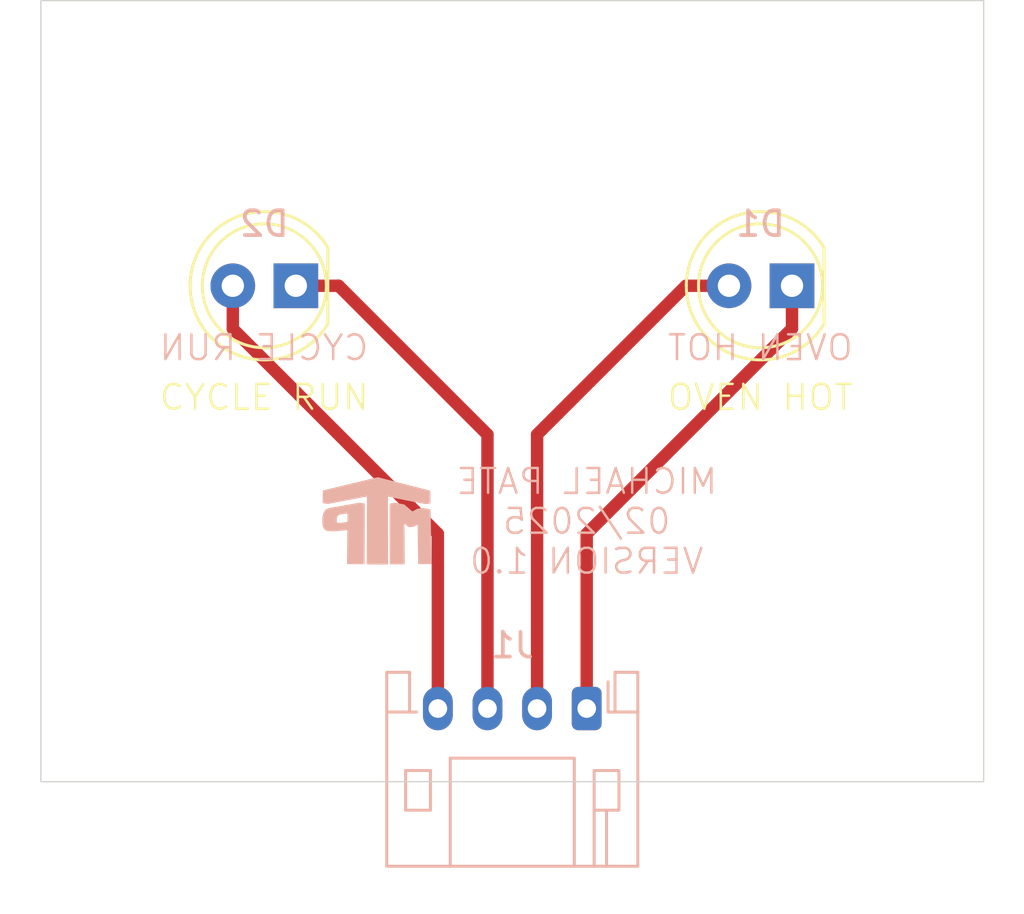
<source format=kicad_pcb>
(kicad_pcb (version 20240108) (generator "pcbnew") (generator_version "8.0")
  (layers (0 "F.Cu" signal) (1 "In1.Cu" signal) (2 "In2.Cu" signal) (31 "B.Cu" power) (34 "B.Paste" user) (35 "F.Paste" user) (36 "B.SilkS" user "B.Silkscreen") (37 "F.SilkS" user "F.Silkscreen") (38 "B.Mask" user) (39 "F.Mask" user) (44 "Edge.Cuts" user))
  (net 0 "")
  (net 1 "Net-(D1-A)")
  (net 2 "Net-(D1-K)")
  (net 3 "Net-(D2-K)")
  (net 4 "Net-(D2-A)")
  (footprint "LED_THT:LED_D5.0mm" (layer "F.Cu") (at 170.775 94.5 180)
    (property "Reference" "D1" (at 1.27 2.5 360) (layer "B.SilkS") (effects (justify mirror)))
    (property "Value" "LED_Small_Filled")
    (fp_line (start -1.29 -1.545) (end -1.29 1.545) (stroke (width 0.12)) (layer "F.SilkS"))
    (fp_arc (start 4.26 -0.000462) (mid 2.072002 2.880433) (end -1.29 1.54483) (stroke (width 0.12)) (layer "F.SilkS"))
    (fp_arc (start -1.29 -1.54483) (mid 2.072002 -2.880433) (end 4.26 0.000462) (stroke (width 0.12)) (layer "F.SilkS"))
    (fp_circle (center 1.27 0) (end 3.77 0) (stroke (width 0.12)) (fill none) (layer "F.SilkS"))
    (pad "1" thru_hole rect (at 0 0 180) (size 1.8 1.8) (drill 0.9) (layers "*.Cu" "*.Mask") (net 2 "Net-(D1-K)"))
    (pad "2" thru_hole circle (at 2.54 0 180) (size 1.8 1.8) (drill 0.9) (layers "*.Cu" "*.Mask") (net 1 "Net-(D1-A)"))
  )
  (footprint "MountingHole:MountingHole_2.2mm_M2" (layer "F.Cu") (at 175 86.5)
    (property "Reference" "H2" (hide yes))
    (property "Value" "MountingHole")
    (pad "" np_thru_hole circle (at 0 0) (size 2.2 2.2) (drill 2.2) (layers "*.Cu" "*.Mask"))
  )
  (footprint "MountingHole:MountingHole_2.2mm_M2" (layer "F.Cu") (at 144 111)
    (property "Reference" "H3" (hide yes))
    (property "Value" "MountingHole")
    (pad "" np_thru_hole circle (at 0 0) (size 2.2 2.2) (drill 2.2) (layers "*.Cu" "*.Mask"))
  )
  (footprint "MountingHole:MountingHole_2.2mm_M2" (layer "F.Cu") (at 144 86.5)
    (property "Reference" "H1" (hide yes))
    (property "Value" "MountingHole")
    (pad "" np_thru_hole circle (at 0 0) (size 2.2 2.2) (drill 2.2) (layers "*.Cu" "*.Mask"))
  )
  (footprint "LED_THT:LED_D5.0mm" (layer "F.Cu") (at 150.775 94.5 180)
    (property "Reference" "D2" (at 1.27 2.5 360) (layer "B.SilkS") (effects (justify mirror)))
    (property "Value" "LED_Small_Filled")
    (fp_line (start -1.29 -1.545) (end -1.29 1.545) (stroke (width 0.12)) (layer "F.SilkS"))
    (fp_arc (start 4.26 -0.000462) (mid 2.072002 2.880433) (end -1.29 1.54483) (stroke (width 0.12)) (layer "F.SilkS"))
    (fp_arc (start -1.29 -1.54483) (mid 2.072002 -2.880433) (end 4.26 0.000462) (stroke (width 0.12)) (layer "F.SilkS"))
    (fp_circle (center 1.27 0) (end 3.77 0) (stroke (width 0.12)) (fill none) (layer "F.SilkS"))
    (pad "1" thru_hole rect (at 0 0 180) (size 1.8 1.8) (drill 0.9) (layers "*.Cu" "*.Mask") (net 3 "Net-(D2-K)"))
    (pad "2" thru_hole circle (at 2.54 0 180) (size 1.8 1.8) (drill 0.9) (layers "*.Cu" "*.Mask") (net 4 "Net-(D2-A)"))
  )
  (footprint "MountingHole:MountingHole_2.2mm_M2" (layer "F.Cu") (at 175 111)
    (property "Reference" "H4" (hide yes))
    (property "Value" "MountingHole")
    (pad "" np_thru_hole circle (at 0 0) (size 2.2 2.2) (drill 2.2) (layers "*.Cu" "*.Mask"))
  )
  (footprint "Connector_JST:JST_PH_S4B-PH-K_1x04_P2.00mm_Horizontal" (layer "B.Cu") (at 162.5 111.55 180)
    (property "Reference" "J1" (at 3 2.55 0) (layer "B.SilkS") (effects (justify mirror)))
    (property "Value" "Conn_01x04")
    (fp_line (start 8.06 1.46) (end 8.06 -6.36) (stroke (width 0.12)) (layer "B.SilkS"))
    (fp_line (start 8.06 -6.36) (end -2.06 -6.36) (stroke (width 0.12)) (layer "B.SilkS"))
    (fp_line (start 7.3 -2.5) (end 6.3 -2.5) (stroke (width 0.12)) (layer "B.SilkS"))
    (fp_line (start 7.3 -4.1) (end 7.3 -2.5) (stroke (width 0.12)) (layer "B.SilkS"))
    (fp_line (start 7.14 1.46) (end 8.06 1.46) (stroke (width 0.12)) (layer "B.SilkS"))
    (fp_line (start 7.14 -0.14) (end 8.06 -0.14) (stroke (width 0.12)) (layer "B.SilkS"))
    (fp_line (start 7.14 -0.14) (end 7.14 1.46) (stroke (width 0.12)) (layer "B.SilkS"))
    (fp_line (start 6.86 -0.14) (end 7.14 -0.14) (stroke (width 0.12)) (layer "B.SilkS"))
    (fp_line (start 6.3 -2.5) (end 6.3 -4.1) (stroke (width 0.12)) (layer "B.SilkS"))
    (fp_line (start 6.3 -4.1) (end 7.3 -4.1) (stroke (width 0.12)) (layer "B.SilkS"))
    (fp_line (start 5.5 -2) (end 0.5 -2) (stroke (width 0.12)) (layer "B.SilkS"))
    (fp_line (start 5.5 -6.36) (end 5.5 -2) (stroke (width 0.12)) (layer "B.SilkS"))
    (fp_line (start 0.5 -2) (end 0.5 -6.36) (stroke (width 0.12)) (layer "B.SilkS"))
    (fp_line (start -0.3 -2.5) (end -0.3 -4.1) (stroke (width 0.12)) (layer "B.SilkS"))
    (fp_line (start -0.3 -4.1) (end -1.3 -4.1) (stroke (width 0.12)) (layer "B.SilkS"))
    (fp_line (start -0.3 -6.36) (end -0.3 -4.1) (stroke (width 0.12)) (layer "B.SilkS"))
    (fp_line (start -0.8 -6.36) (end -0.8 -4.1) (stroke (width 0.12)) (layer "B.SilkS"))
    (fp_line (start -0.86 1.075) (end -0.86 -0.14) (stroke (width 0.12)) (layer "B.SilkS"))
    (fp_line (start -1.14 1.46) (end -1.14 -0.14) (stroke (width 0.12)) (layer "B.SilkS"))
    (fp_line (start -1.14 -0.14) (end -0.86 -0.14) (stroke (width 0.12)) (layer "B.SilkS"))
    (fp_line (start -1.14 -0.14) (end -2.06 -0.14) (stroke (width 0.12)) (layer "B.SilkS"))
    (fp_line (start -1.3 -2.5) (end -0.3 -2.5) (stroke (width 0.12)) (layer "B.SilkS"))
    (fp_line (start -1.3 -4.1) (end -1.3 -2.5) (stroke (width 0.12)) (layer "B.SilkS"))
    (fp_line (start -2.06 1.46) (end -1.14 1.46) (stroke (width 0.12)) (layer "B.SilkS"))
    (fp_line (start -2.06 -6.36) (end -2.06 1.46) (stroke (width 0.12)) (layer "B.SilkS"))
    (pad "1" thru_hole roundrect (at 0 0 180) (size 1.2 1.75) (drill 0.75) (layers "*.Cu" "*.Mask") (roundrect_rratio 0.208333) (net 2 "Net-(D1-K)"))
    (pad "2" thru_hole oval (at 2 0 180) (size 1.2 1.75) (drill 0.75) (layers "*.Cu" "*.Mask") (net 1 "Net-(D1-A)"))
    (pad "3" thru_hole oval (at 4 0 180) (size 1.2 1.75) (drill 0.75) (layers "*.Cu" "*.Mask") (net 3 "Net-(D2-K)"))
    (pad "4" thru_hole oval (at 6 0 180) (size 1.2 1.75) (drill 0.75) (layers "*.Cu" "*.Mask") (net 4 "Net-(D2-A)"))
  )
  (footprint "Watermarks:MTP Logo 5mm Low Detail" (layer "B.Cu") (at 154 104.5 180)
    (property "Reference" "REF**" (hide yes))
    (property "Value" "MTP Logo 5mm Low Detail" (hide yes))
    (fp_poly (pts (xy 1.028696 2.013031) (xy 1.144269 1.985142) (xy 1.256524 1.958034) (xy 1.364846 1.931857) (xy 1.468622 1.906759) (xy 1.567238 1.88289) (xy 1.660079 1.860398) (xy 1.746533 1.839433) (xy 1.825985 1.820145) (xy 1.897821 1.802681) (xy 1.961428 1.787191) (xy 2.016191 1.773824) (xy 2.061497 1.76273) (xy 2.096731 1.754057) (xy 2.121281 1.747955) (xy 2.134532 1.744572) (xy 2.136802 1.743911) (xy 2.137335 1.737297) (xy 2.137931 1.719401) (xy 2.138568 1.691567) (xy 2.139222 1.655141) (xy 2.139871 1.611468) (xy 2.140489 1.561892) (xy 2.141056 1.507758) (xy 2.141255 1.486007) (xy 2.1435 1.230451) (xy 2.036167 1.215167) (xy 1.928834 1.199882) (xy 1.168034 1.345605) (xy 1.071473 1.364098) (xy 0.978075 1.381982) (xy 0.888621 1.399106) (xy 0.803894 1.415321) (xy 0.724673 1.430479) (xy 0.651741 1.444429) (xy 0.585878 1.457022) (xy 0.527866 1.46811) (xy 0.478487 1.477541) (xy 0.438521 1.485168) (xy 0.40875 1.490841) (xy 0.389955 1.494409) (xy 0.383267 1.495664) (xy 0.3593 1.5) (xy 0.363767 0.133333) (xy 0.368235 -1.233333) (xy 0.328406 -1.237496) (xy 0.314483 -1.238309) (xy 0.289995 -1.239031) (xy 0.25623 -1.239664) (xy 0.214476 -1.240206) (xy 0.166022 -1.240657) (xy 0.112155 -1.241018) (xy 0.054164 -1.241289) (xy -0.006663 -1.241469) (xy -0.069038 -1.241559) (xy -0.131673 -1.241559) (xy -0.19328 -1.241469) (xy -0.252569 -1.241288) (xy -0.308255 -1.241016) (xy -0.359047 -1.240655) (xy -0.403658 -1.240203) (xy -0.4408 -1.239661) (xy -0.469184 -1.239029) (xy -0.487523 -1.238306) (xy -0.494529 -1.237493) (xy -0.494532 -1.23749) (xy -0.494911 -1.23087) (xy -0.495243 -1.2122) (xy -0.495528 -1.182056) (xy -0.495766 -1.141017) (xy -0.495957 -1.089659) (xy -0.496101 -1.028559) (xy -0.496197 -0.958294) (xy -0.496247 -0.879442) (xy -0.496249 -0.79258) (xy -0.496204 -0.698284) (xy -0.496112 -0.597133) (xy -0.495973 -0.489702) (xy -0.495787 -0.376569) (xy -0.495554 -0.258312) (xy -0.495273 -0.135507) (xy -0.494946 -0.008732) (xy -0.494571 0.121437) (xy -0.494539 0.132146) (xy -0.490376 1.497613) (xy -0.515099 1.492108) (xy -0.54099 1.486478) (xy -0.576844 1.478887) (xy -0.621724 1.469522) (xy -0.674695 1.458572) (xy -0.73482 1.446224) (xy -0.801163 1.432665) (xy -0.872789 1.418083) (xy -0.948762 1.402666) (xy -1.028145 1.386602) (xy -1.110004 1.370079) (xy -1.193402 1.353283) (xy -1.277403 1.336403) (xy -1.361071 1.319626) (xy -1.44347 1.303141) (xy -1.523665 1.287134) (xy -1.60072 1.271794) (xy -1.673699 1.257308) (xy -1.741665 1.243863) (xy -1.803683 1.231648) (xy -1.858818 1.220851) (xy -1.906132 1.211658) (xy -1.944691 1.204258) (xy -1.973559 1.198838) (xy -1.991798 1.195585) (xy -1.998285 1.194666) (xy -2.014593 1.195592) (xy -2.03856 1.198063) (xy -2.0676 1.201689) (xy -2.099127 1.206082) (xy -2.130557 1.210852) (xy -2.159305 1.21561) (xy -2.182784 1.219966) (xy -2.198409 1.223531) (xy -2.203538 1.225576) (xy -2.204419 1.232952) (xy -2.204988 1.251271) (xy -2.205273 1.278884) (xy -2.205298 1.314142) (xy -2.205089 1.355396) (xy -2.204673 1.400998) (xy -2.204075 1.449298) (xy -2.203321 1.498647) (xy -2.202437 1.547397) (xy -2.201449 1.593899) (xy -2.200383 1.636503) (xy -2.199264 1.673562) (xy -2.198119 1.703426) (xy -2.196973 1.724446) (xy -2.195852 1.734973) (xy -2.19553 1.735833) (xy -2.188998 1.73788) (xy -2.170855 1.742879) (xy -2.141728 1.750665) (xy -2.102245 1.761078) (xy -2.053033 1.773956) (xy -1.994719 1.789135) (xy -1.92793 1.806455) (xy -1.853293 1.825753) (xy -1.771435 1.846867) (xy -1.682984 1.869635) (xy -1.588567 1.893895) (xy -1.48881 1.919484) (xy -1.38434 1.946241) (xy -1.275786 1.974004) (xy -1.163774 2.00261) (xy -1.13397 2.010214) (xy -0.077203 2.279803)) (fill solid) (layer "B.SilkS"))
    (fp_poly (pts (xy 1.288477 1.142031) (xy 1.395439 1.123309) (xy 1.490708 1.106624) (xy 1.575018 1.091789) (xy 1.649108 1.078621) (xy 1.713712 1.066933) (xy 1.769568 1.056541) (xy 1.817411 1.047259) (xy 1.857979 1.038901) (xy 1.892007 1.031283) (xy 1.920232 1.024219) (xy 1.943391 1.017525) (xy 1.962218 1.011014) (xy 1.977452 1.004501) (xy 1.989828 0.997802) (xy 2.000082 0.99073) (xy 2.008952 0.983102) (xy 2.017173 0.97473) (xy 2.025482 0.965431) (xy 2.034614 0.955019) (xy 2.035433 0.954099) (xy 2.07486 0.900858) (xy 2.107277 0.837939) (xy 2.132246 0.766445) (xy 2.149327 0.68748) (xy 2.153549 0.656684) (xy 2.156998 0.615635) (xy 2.158739 0.568524) (xy 2.158877 0.518118) (xy 2.157515 0.467182) (xy 2.154757 0.418482) (xy 2.150708 0.374784) (xy 2.145469 0.338855) (xy 2.140874 0.318843) (xy 2.119394 0.259301) (xy 2.092589 0.208787) (xy 2.061094 0.168079) (xy 2.025545 0.137956) (xy 1.986577 0.119194) (xy 1.975272 0.116114) (xy 1.960097 0.113583) (xy 1.934948 0.110443) (xy 1.902447 0.106976) (xy 1.865215 0.103463) (xy 1.830972 0.100586) (xy 1.714169 0.091352) (xy 1.433209 0.118422) (xy 1.375073 0.123992) (xy 1.320926 0.129121) (xy 1.272037 0.133693) (xy 1.229675 0.137591) (xy 1.195108 0.1407) (xy 1.169603 0.142904) (xy 1.154429 0.144087) (xy 1.150585 0.144232) (xy 1.150408 0.137879) (xy 1.150373 0.119793) (xy 1.150472 0.090869) (xy 1.150698 0.052001) (xy 1.151043 0.004082) (xy 1.1515 -0.051993) (xy 1.152062 -0.11533) (xy 1.152722 -0.185036) (xy 1.153471 -0.260216) (xy 1.154304 -0.339976) (xy 1.155213 -0.423422) (xy 1.155226 -0.424648) (xy 1.156176 -0.511309) (xy 1.157084 -0.596556) (xy 1.15794 -0.67924) (xy 1.158734 -0.758213) (xy 1.159454 -0.832328) (xy 1.160089 -0.900436) (xy 1.16063 -0.96139) (xy 1.161065 -1.014042) (xy 1.161383 -1.057244) (xy 1.161574 -1.089847) (xy 1.161627 -1.106954) (xy 1.16172 -1.22164) (xy 1.115946 -1.225105) (xy 1.098413 -1.225976) (xy 1.069991 -1.226836) (xy 1.032418 -1.22767) (xy 0.987433 -1.228463) (xy 0.936774 -1.229197) (xy 0.882179 -1.229859) (xy 0.825386 -1.230431) (xy 0.768134 -1.230899) (xy 0.712162 -1.231246) (xy 0.659207 -1.231458) (xy 0.611007 -1.231517) (xy 0.569302 -1.231409) (xy 0.53583 -1.231118) (xy 0.512328 -1.230629) (xy 0.51057 -1.230567) (xy 0.456064 -1.228561) (xy 0.452286 -0.962043) (xy 0.45183 -0.924142) (xy 0.451367 -0.87458) (xy 0.4509 -0.814324) (xy 0.450435 -0.74434) (xy 0.449974 -0.665594) (xy 0.449524 -0.579053) (xy 0.449087 -0.485684) (xy 0.448668 -0.386452) (xy 0.448272 -0.282324) (xy 0.447903 -0.174268) (xy 0.447565 -0.063248) (xy 0.447263 0.049768) (xy 0.447 0.163814) (xy 0.446811 0.261001) (xy 0.446032 0.700337) (xy 1.143743 0.700337) (xy 1.143794 0.661135) (xy 1.144102 0.621268) (xy 1.144654 0.582728) (xy 1.145437 0.547508) (xy 1.14644 0.5176) (xy 1.14765 0.494999) (xy 1.149054 0.481696) (xy 1.14989 0.479079) (xy 1.156943 0.47733) (xy 1.174631 0.474435) (xy 1.201036 0.470626) (xy 1.234242 0.466138) (xy 1.272331 0.461206) (xy 1.313386 0.456063) (xy 1.355491 0.450943) (xy 1.396728 0.446081) (xy 1.435181 0.44171) (xy 1.468931 0.438065) (xy 1.496063 0.435381) (xy 1.514659 0.43389) (xy 1.521601 0.433683) (xy 1.535031 0.435445) (xy 1.544418 0.441266) (xy 1.55318 0.454082) (xy 1.559483 0.466196) (xy 1.566984 0.482803) (xy 1.571643 0.498642) (xy 1.574079 0.517501) (xy 1.574907 0.543168) (xy 1.574905 0.560902) (xy 1.573991 0.59529) (xy 1.571287 0.621405) (xy 1.566156 0.643545) (xy 1.560169 0.660546) (xy 1.541581 0.698796) (xy 1.519067 0.730704) (xy 1.494592 0.753706) (xy 1.483719 0.760339) (xy 1.473204 0.763518) (xy 1.452332 0.768157) (xy 1.423239 0.773897) (xy 1.388065 0.780381) (xy 1.348946 0.78725) (xy 1.30802 0.794146) (xy 1.267426 0.800712) (xy 1.229302 0.806589) (xy 1.195785 0.811419) (xy 1.169013 0.814843) (xy 1.151125 0.816505) (xy 1.147775 0.816606) (xy 1.146356 0.810627) (xy 1.145255 0.794017) (xy 1.144461 0.768771) (xy 1.143961 0.736879) (xy 1.143743 0.700337) (xy 0.446032 0.700337) (xy 0.445116 1.217526) (xy 0.549774 1.235305) (xy 0.654433 1.253085)) (fill solid) (layer "B.SilkS"))
    (fp_poly (pts (xy -0.668794 1.23306) (xy -0.633268 1.227191) (xy -0.602128 1.221537) (xy -0.577508 1.216526) (xy -0.561539 1.212587) (xy -0.556425 1.210493) (xy -0.556 1.203765) (xy -0.555628 1.18516) (xy -0.555308 1.155419) (xy -0.555039 1.115288) (xy -0.554817 1.065509) (xy -0.554643 1.006827) (xy -0.554513 0.939986) (xy -0.554427 0.865729) (xy -0.554383 0.7848) (xy -0.554379 0.697943) (xy -0.554413 0.605902) (xy -0.554484 0.50942) (xy -0.55459 0.409241) (xy -0.554729 0.30611) (xy -0.5549 0.20077) (xy -0.555101 0.093965) (xy -0.555331 -0.013562) (xy -0.555587 -0.121067) (xy -0.555868 -0.227805) (xy -0.556172 -0.333033) (xy -0.556498 -0.436008) (xy -0.556845 -0.535985) (xy -0.557209 -0.63222) (xy -0.55759 -0.723971) (xy -0.557986 -0.810492) (xy -0.558395 -0.89104) (xy -0.558816 -0.964872) (xy -0.559247 -1.031243) (xy -0.559686 -1.08941) (xy -0.560131 -1.138629) (xy -0.560582 -1.178156) (xy -0.561035 -1.207247) (xy -0.561491 -1.225159) (xy -0.561922 -1.231142) (xy -0.569542 -1.232597) (xy -0.588355 -1.233867) (xy -0.616928 -1.234935) (xy -0.653827 -1.235789) (xy -0.697621 -1.236413) (xy -0.746874 -1.236794) (xy -0.800155 -1.236917) (xy -0.856031 -1.236768) (xy -0.913067 -1.236333) (xy -0.969831 -1.235597) (xy -0.984936 -1.235345) (xy -1.164877 -1.232188) (xy -1.163322 -0.777602) (xy -1.16298 -0.689726) (xy -1.162535 -0.595429) (xy -1.162005 -0.497111) (xy -1.161405 -0.397167) (xy -1.16075 -0.297997) (xy -1.160057 -0.201998) (xy -1.159342 -0.111569) (xy -1.158619 -0.029106) (xy -1.157945 0.03924) (xy -1.154122 0.401496) (xy -1.218227 0.348611) (xy -1.244628 0.327029) (xy -1.269763 0.306831) (xy -1.290871 0.290215) (xy -1.305187 0.279381) (xy -1.305683 0.279025) (xy -1.329033 0.262323) (xy -1.439523 0.272975) (xy -1.550012 0.283626) (xy -1.615112 0.323491) (xy -1.640351 0.338669) (xy -1.661408 0.350803) (xy -1.676133 0.358694) (xy -1.682377 0.361139) (xy -1.682416 0.36111) (xy -1.682762 0.354637) (xy -1.683233 0.336298) (xy -1.683817 0.306853) (xy -1.684504 0.267062) (xy -1.685284 0.217685) (xy -1.686145 0.159482) (xy -1.687076 0.093214) (xy -1.688068 0.019642) (xy -1.689109 -0.060476) (xy -1.690189 -0.146379) (xy -1.691297 -0.237306) (xy -1.692422 -0.332497) (xy -1.693512 -0.427517) (xy -1.694665 -0.526212) (xy -1.695847 -0.62145) (xy -1.697047 -0.712464) (xy -1.69825 -0.798486) (xy -1.699445 -0.878749) (xy -1.700618 -0.952487) (xy -1.701756 -1.018932) (xy -1.702845 -1.077317) (xy -1.703873 -1.126875) (xy -1.704826 -1.166839) (xy -1.705692 -1.196442) (xy -1.706457 -1.214916) (xy -1.70708 -1.221465) (xy -1.711587 -1.22344) (xy -1.722997 -1.225075) (xy -1.742136 -1.226393) (xy -1.769833 -1.227416) (xy -1.806915 -1.228168) (xy -1.854208 -1.228673) (xy -1.912541 -1.228952) (xy -1.976559 -1.229031) (xy -2.241362 -1.229031) (xy -2.241225 -1.104336) (xy -2.241101 -1.076678) (xy -2.240786 -1.038668) (xy -2.240294 -0.991106) (xy -2.239637 -0.934792) (xy -2.238828 -0.870527) (xy -2.237881 -0.799112) (xy -2.236808 -0.721347) (xy -2.235622 -0.638032) (xy -2.234337 -0.549969) (xy -2.232965 -0.457958) (xy -2.231519 -0.362799) (xy -2.230012 -0.265294) (xy -2.228458 -0.166242) (xy -2.226869 -0.066444) (xy -2.225258 0.033299) (xy -2.223638 0.132187) (xy -2.222023 0.229418) (xy -2.220425 0.324193) (xy -2.218857 0.415711) (xy -2.217332 0.503171) (xy -2.215864 0.585773) (xy -2.214465 0.662716) (xy -2.213148 0.7332) (xy -2.211926 0.796423) (xy -2.210812 0.851586) (xy -2.20982 0.897888) (xy -2.208961 0.934528) (xy -2.20825 0.960706) (xy -2.207699 0.975621) (xy -2.207415 0.978932) (xy -2.200553 0.980966) (xy -2.183014 0.984942) (xy -2.156535 0.990501) (xy -2.122856 0.997284) (xy -2.083715 1.004932) (xy -2.053866 1.010633) (xy -1.903579 1.039073) (xy -1.79309 1.025129) (xy -1.6826 1.011185) (xy -1.579678 0.954517) (xy -1.546927 0.936738) (xy -1.517893 0.921461) (xy -1.494403 0.909606) (xy -1.478282 0.902094) (xy -1.471366 0.899845) (xy -1.465469 0.904338) (xy -1.451239 0.916159) (xy -1.429837 0.934314) (xy -1.402426 0.957809) (xy -1.37017 0.985647) (xy -1.334229 1.016835) (xy -1.310412 1.037586) (xy -1.272481 1.070549) (xy -1.237237 1.100922) (xy -1.205893 1.127679) (xy -1.179661 1.149794) (xy -1.159754 1.166241) (xy -1.147386 1.175995) (xy -1.144078 1.178213) (xy -1.135276 1.180601) (xy -1.115733 1.184934) (xy -1.087127 1.190871) (xy -1.051137 1.198072) (xy -1.00944 1.206197) (xy -0.963716 1.214906) (xy -0.954893 1.216564) (xy -0.776477 1.250033)) (fill solid) (layer "B.SilkS"))
  )
  (gr_rect (start 140.5 83) (end 178.5 114.5) (stroke (width 0.05)) (fill none) (layer "Edge.Cuts"))
  (gr_text "CYCLE RUN" (at 149.495 97 -0) (layer "B.SilkS") (effects (font (size 1 1) (thickness 0.1)) (justify mirror)))
  (gr_text "MICHAEL PATE\n02/2025\nVERSION 1.0" (at 162.5 104 -0) (layer "B.SilkS") (effects (font (size 1 1) (thickness 0.1)) (justify mirror)))
  (gr_text "OVEN HOT" (at 169.495 97 -0) (layer "B.SilkS") (effects (font (size 1 1) (thickness 0.1)) (justify mirror)))
  (gr_text "CYCLE RUN" (at 149.5 99 0) (layer "F.SilkS") (effects (font (size 1 1) (thickness 0.1))))
  (gr_text "OVEN HOT" (at 169.5 99 0) (layer "F.SilkS") (effects (font (size 1 1) (thickness 0.1))))
  (segment (start 160.5 100.5) (end 160.5 111.55) (width 0.5) (layer "F.Cu") (net 1))
  (segment (start 166.5 94.5) (end 160.5 100.5) (width 0.5) (layer "F.Cu") (net 1))
  (segment (start 168.235 94.5) (end 166.5 94.5) (width 0.5) (layer "F.Cu") (net 1))
  (segment (start 170.775 96.225) (end 162.5 104.5) (width 0.5) (layer "F.Cu") (net 2))
  (segment (start 162.5 104.5) (end 162.5 111.55) (width 0.5) (layer "F.Cu") (net 2))
  (segment (start 170.775 94.5) (end 170.775 96.225) (width 0.5) (layer "F.Cu") (net 2))
  (segment (start 158.5 100.5) (end 158.5 111.55) (width 0.5) (layer "F.Cu") (net 3))
  (segment (start 150.775 94.5) (end 152.5 94.5) (width 0.5) (layer "F.Cu") (net 3))
  (segment (start 152.5 94.5) (end 158.5 100.5) (width 0.5) (layer "F.Cu") (net 3))
  (segment (start 148.235 96.235) (end 156.5 104.5) (width 0.5) (layer "F.Cu") (net 4))
  (segment (start 148.235 94.5) (end 148.235 96.235) (width 0.5) (layer "F.Cu") (net 4))
  (segment (start 156.5 104.5) (end 156.5 111.55) (width 0.5) (layer "F.Cu") (net 4))
)
</source>
